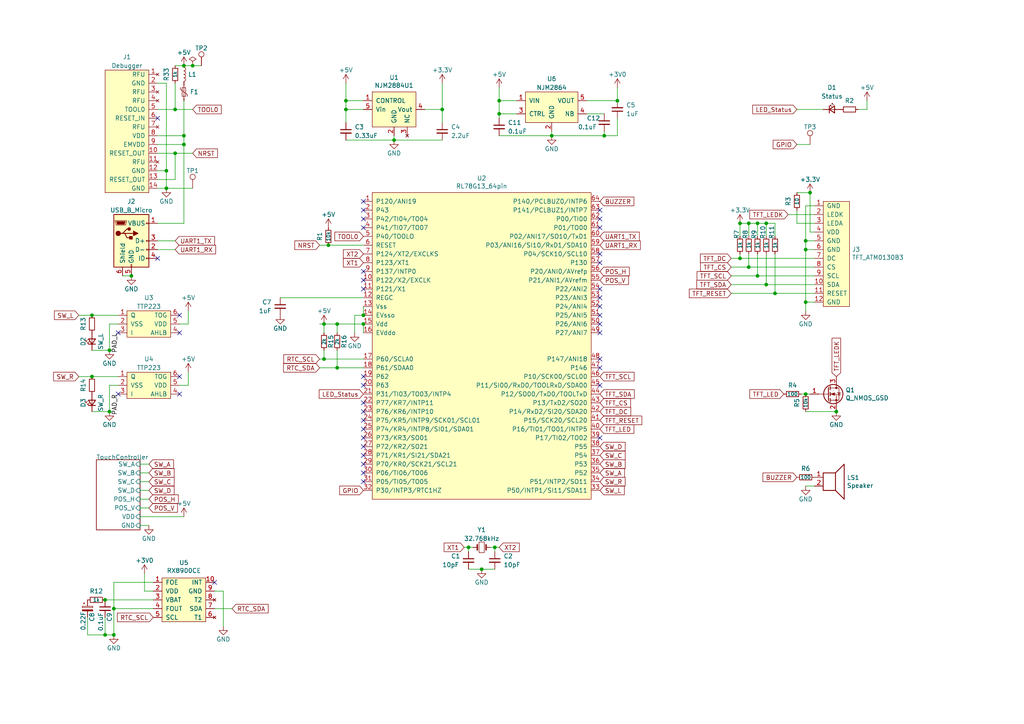
<source format=kicad_sch>
(kicad_sch (version 20211123) (generator eeschema)
  (paper "A4")
  (title_block (title "RL78Display-EB") (date "2022-09-21") (rev "V1.0") (company "https://github.com/KimiakiK"))
  (lib_symbols
    (symbol "Connector:TestPoint" (pin_numbers hide) (pin_names (offset 0.762) hide)
      (property "Reference" "TP" (at 0 6.858 0))
      (property "Value" "TestPoint" (at 0 5.08 0))
      (symbol "TestPoint_1_1"
        (pin passive line (at 0 0 90) (length 2.54) (name "1") (number "1"))
      )
    )
    (symbol "Connector:USB_B_Micro" (pin_names (offset 1.016))
      (property "Reference" "J" (at -5.08 11.43 0))
      (property "Value" "USB_B_Micro" (at -5.08 8.89 0))
      (symbol "USB_B_Micro_1_1"
        (pin power_out line (at 7.62 5.08 180) (length 2.54) (name "VBUS") (number "1"))
        (pin bidirectional line (at 7.62 -2.54 180) (length 2.54) (name "D-") (number "2"))
        (pin bidirectional line (at 7.62 0 180) (length 2.54) (name "D+") (number "3"))
        (pin passive line (at 7.62 -5.08 180) (length 2.54) (name "ID") (number "4"))
        (pin power_out line (at 0 -10.16 90) (length 2.54) (name "GND") (number "5"))
        (pin passive line (at -2.54 -10.16 90) (length 2.54) (name "Shield") (number "6"))
      )
    )
    (symbol "Device:C_Polarized_Small" (pin_numbers hide) (pin_names (offset 0.254) hide)
      (property "Reference" "C" (at 0.254 1.778 0))
      (property "Value" "C_Polarized_Small" (at 0.254 -2.032 0))
      (symbol "C_Polarized_Small_1_1"
        (pin passive line (at 0 2.54 270) (length 1.8542) (name "~") (number "1"))
        (pin passive line (at 0 -2.54 90) (length 1.8542) (name "~") (number "2"))
      )
    )
    (symbol "Device:C_Small" (pin_numbers hide) (pin_names (offset 0.254) hide)
      (property "Reference" "C" (at 0.254 1.778 0))
      (property "Value" "C_Small" (at 0.254 -2.032 0))
      (symbol "C_Small_1_1"
        (pin passive line (at 0 2.54 270) (length 2.032) (name "~") (number "1"))
        (pin passive line (at 0 -2.54 90) (length 2.032) (name "~") (number "2"))
      )
    )
    (symbol "Device:Crystal_Small" (pin_numbers hide) (pin_names (offset 1.016) hide)
      (property "Reference" "Y" (at 0 2.54 0))
      (property "Value" "Crystal_Small" (at 0 -2.54 0))
      (symbol "Crystal_Small_1_1"
        (pin passive line (at -2.54 0 0) (length 1.27) (name "1") (number "1"))
        (pin passive line (at 2.54 0 180) (length 1.27) (name "2") (number "2"))
      )
    )
    (symbol "Device:LED_Small" (pin_numbers hide) (pin_names (offset 0.254) hide)
      (property "Reference" "D" (at -1.27 3.175 0))
      (property "Value" "LED_Small" (at -4.445 -2.54 0))
      (symbol "LED_Small_1_1"
        (pin passive line (at -2.54 0 0) (length 1.778) (name "K") (number "1"))
        (pin passive line (at 2.54 0 180) (length 1.778) (name "A") (number "2"))
      )
    )
    (symbol "Device:L_Small" (pin_numbers hide) (pin_names (offset 0.254) hide)
      (property "Reference" "L" (at 0.762 1.016 0))
      (property "Value" "L_Small" (at 0.762 -1.016 0))
      (symbol "L_Small_1_1"
        (pin passive line (at 0 2.54 270) (length 0.508) (name "~") (number "1"))
        (pin passive line (at 0 -2.54 90) (length 0.508) (name "~") (number "2"))
      )
    )
    (symbol "Device:Polyfuse_Small" (pin_numbers hide) (pin_names (offset 0))
      (property "Reference" "F" (at -1.905 0 90))
      (property "Value" "Polyfuse_Small" (at 1.905 0 90))
      (symbol "Polyfuse_Small_1_1"
        (pin passive line (at 0 2.54 270) (length 0.635) (name "~") (number "1"))
        (pin passive line (at 0 -2.54 90) (length 0.635) (name "~") (number "2"))
      )
    )
    (symbol "Device:Q_NMOS_GSD" (pin_names (offset 0) hide)
      (property "Reference" "Q" (at 5.08 1.27 0))
      (property "Value" "Q_NMOS_GSD" (at 5.08 -1.27 0))
      (symbol "Q_NMOS_GSD_1_1"
        (pin input line (at -5.08 0 0) (length 2.54) (name "G") (number "1"))
        (pin passive line (at 2.54 -5.08 90) (length 2.54) (name "S") (number "2"))
        (pin passive line (at 2.54 5.08 270) (length 2.54) (name "D") (number "3"))
      )
    )
    (symbol "Device:R_Small" (pin_numbers hide) (pin_names (offset 0.254) hide)
      (property "Reference" "R" (at 0.762 0.508 0))
      (property "Value" "R_Small" (at 0.762 -1.016 0))
      (symbol "R_Small_1_1"
        (pin passive line (at 0 2.54 270) (length 0.762) (name "~") (number "1"))
        (pin passive line (at 0 -2.54 90) (length 0.762) (name "~") (number "2"))
      )
    )
    (symbol "Device:Speaker" (pin_names (offset 0) hide)
      (property "Reference" "LS" (at 1.27 5.715 0))
      (property "Value" "Speaker" (at 1.27 3.81 0))
      (symbol "Speaker_1_1"
        (pin input line (at -5.08 0 0) (length 2.54) (name "1") (number "1"))
        (pin input line (at -5.08 -2.54 0) (length 2.54) (name "2") (number "2"))
      )
    )
    (symbol "RL78Display-EB:Renesas_Emulator_14pin" (pin_names (offset 1.016))
      (property "Reference" "J" (at 0 22.86 0))
      (property "Value" "Renesas_Emulator_14pin" (at 0 20.32 0))
      (symbol "Renesas_Emulator_14pin_0_0"
        (pin no_connect line (at 8.89 16.51 180) (length 2.54) (name "RFU") (number "1"))
        (pin passive line (at 8.89 -6.35 180) (length 2.54) (name "RESET_OUT") (number "10"))
        (pin no_connect line (at 8.89 -8.89 180) (length 2.54) (name "RFU") (number "11"))
        (pin power_in line (at 8.89 -11.43 180) (length 2.54) (name "GND") (number "12"))
        (pin passive line (at 8.89 -13.97 180) (length 2.54) (name "RESET_OUT") (number "13"))
        (pin power_in line (at 8.89 -16.51 180) (length 2.54) (name "GND") (number "14"))
        (pin power_in line (at 8.89 13.97 180) (length 2.54) (name "GND") (number "2"))
        (pin no_connect line (at 8.89 11.43 180) (length 2.54) (name "RFU") (number "3"))
        (pin no_connect line (at 8.89 8.89 180) (length 2.54) (name "RFU") (number "4"))
        (pin passive line (at 8.89 6.35 180) (length 2.54) (name "TOOL0") (number "5"))
        (pin passive line (at 8.89 3.81 180) (length 2.54) (name "RESET_IN") (number "6"))
        (pin no_connect line (at 8.89 1.27 180) (length 2.54) (name "RFU") (number "7"))
        (pin power_in line (at 8.89 -1.27 180) (length 2.54) (name "VDD") (number "8"))
        (pin power_in line (at 8.89 -3.81 180) (length 2.54) (name "EMVDD") (number "9"))
      )
    )
    (symbol "RL78Display:NJM2864" (pin_names (offset 1.016))
      (property "Reference" "U" (at 0 8.89 0))
      (property "Value" "NJM2864" (at 0 6.35 0))
      (symbol "NJM2864_0_0"
        (pin power_in line (at -10.16 2.54 0) (length 2.54) (name "VIN") (number "1"))
        (pin power_in line (at 0 -6.35 90) (length 2.54) (name "GND") (number "2"))
        (pin passive line (at -10.16 -1.27 0) (length 2.54) (name "CTRL") (number "3"))
        (pin passive line (at 10.16 -1.27 180) (length 2.54) (name "NB") (number "4"))
        (pin power_out line (at 10.16 2.54 180) (length 2.54) (name "VOUT") (number "5"))
      )
    )
    (symbol "RL78Display:NJM2884U1" (pin_names (offset 1.016))
      (property "Reference" "U" (at 0 3.81 0))
      (property "Value" "NJM2884U1" (at 0 6.35 0))
      (symbol "NJM2884U1_1_1"
        (pin passive line (at -8.89 0 0) (length 2.54) (name "CONTROL") (number "1"))
        (pin power_in line (at 0 -10.16 90) (length 2.54) (name "GND") (number "2"))
        (pin no_connect line (at 3.81 -10.16 90) (length 2.54) (name "NC") (number "3"))
        (pin power_out line (at 8.89 -2.54 180) (length 2.54) (name "Vout") (number "4"))
        (pin power_in line (at -8.89 -2.54 0) (length 2.54) (name "Vin") (number "5"))
      )
    )
    (symbol "RL78Display:RL78G13_64pin" (pin_names (offset 1.016))
      (property "Reference" "U" (at 0 1.27 0))
      (property "Value" "RL78G13_64pin" (at 0 -1.27 0))
      (symbol "RL78G13_64pin_0_0"
        (pin passive line (at -34.29 41.91 0) (length 2.54) (name "P120/ANI19") (number "1"))
        (pin passive line (at -34.29 19.05 0) (length 2.54) (name "P122/X2/EXCLK") (number "10"))
        (pin passive line (at -34.29 16.51 0) (length 2.54) (name "P121/X1") (number "11"))
        (pin passive line (at -34.29 13.97 0) (length 2.54) (name "REGC") (number "12"))
        (pin power_in line (at -34.29 11.43 0) (length 2.54) (name "Vss") (number "13"))
        (pin power_in line (at -34.29 8.89 0) (length 2.54) (name "EVsso") (number "14"))
        (pin power_in line (at -34.29 6.35 0) (length 2.54) (name "Vdd") (number "15"))
        (pin power_in line (at -34.29 3.81 0) (length 2.54) (name "EVddo") (number "16"))
        (pin passive line (at -34.29 -3.81 0) (length 2.54) (name "P60/SCLA0") (number "17"))
        (pin passive line (at -34.29 -6.35 0) (length 2.54) (name "P61/SDAA0") (number "18"))
        (pin passive line (at -34.29 -8.89 0) (length 2.54) (name "P62") (number "19"))
        (pin passive line (at -34.29 39.37 0) (length 2.54) (name "P43") (number "2"))
        (pin passive line (at -34.29 -11.43 0) (length 2.54) (name "P63") (number "20"))
        (pin passive line (at -34.29 -13.97 0) (length 2.54) (name "P31/TI03/TO03/INTP4") (number "21"))
        (pin passive line (at -34.29 -16.51 0) (length 2.54) (name "P77/KR7/INTP11") (number "22"))
        (pin passive line (at -34.29 -19.05 0) (length 2.54) (name "P76/KR6/INTP10") (number "23"))
        (pin passive line (at -34.29 -21.59 0) (length 2.54) (name "P75/KR5/INTP9/SCK01/SCL01") (number "24"))
        (pin passive line (at -34.29 -24.13 0) (length 2.54) (name "P74/KR4/INTP8/SI01/SDA01") (number "25"))
        (pin passive line (at -34.29 -26.67 0) (length 2.54) (name "P73/KR3/SO01") (number "26"))
        (pin passive line (at -34.29 -29.21 0) (length 2.54) (name "P72/KR2/SO21") (number "27"))
        (pin passive line (at -34.29 -31.75 0) (length 2.54) (name "P71/KR1/SI21/SDA21") (number "28"))
        (pin passive line (at -34.29 -34.29 0) (length 2.54) (name "P70/KR0/SCK21/SCL21") (number "29"))
        (pin passive line (at -34.29 36.83 0) (length 2.54) (name "P42/TI04/TO04") (number "3"))
        (pin passive line (at -34.29 -36.83 0) (length 2.54) (name "P06/TI06/TO06") (number "30"))
        (pin passive line (at -34.29 -39.37 0) (length 2.54) (name "P05/TI05/TO05") (number "31"))
        (pin passive line (at -34.29 -41.91 0) (length 2.54) (name "P30/INTP3/RTC1HZ") (number "32"))
        (pin passive line (at 34.29 -41.91 180) (length 2.54) (name "P50/INTP1/SI11/SDA11") (number "33"))
        (pin passive line (at 34.29 -39.37 180) (length 2.54) (name "P51/INTP2/SO11") (number "34"))
        (pin passive line (at 34.29 -36.83 180) (length 2.54) (name "P52") (number "35"))
        (pin passive line (at 34.29 -34.29 180) (length 2.54) (name "P53") (number "36"))
        (pin passive line (at 34.29 -31.75 180) (length 2.54) (name "P54") (number "37"))
        (pin passive line (at 34.29 -29.21 180) (length 2.54) (name "P55") (number "38"))
        (pin passive line (at 34.29 -26.67 180) (length 2.54) (name "P17/TI02/TO02") (number "39"))
        (pin passive line (at -34.29 34.29 0) (length 2.54) (name "P41/TI07/TO07") (number "4"))
        (pin passive line (at 34.29 -24.13 180) (length 2.54) (name "P16/TI01/TO01/INTP5") (number "40"))
        (pin passive line (at 34.29 -21.59 180) (length 2.54) (name "P15/SCK20/SCL20") (number "41"))
        (pin passive line (at 34.29 -19.05 180) (length 2.54) (name "P14/RxD2/SI20/SDA20") (number "42"))
        (pin passive line (at 34.29 -16.51 180) (length 2.54) (name "P13/TxD2/SO20") (number "43"))
        (pin passive line (at 34.29 -13.97 180) (length 2.54) (name "P12/SO00/TxD0/TOOLTxD") (number "44"))
        (pin passive line (at 34.29 -11.43 180) (length 2.54) (name "P11/SI00/RxD0/TOOLRxD/SDA00") (number "45"))
        (pin passive line (at 34.29 -8.89 180) (length 2.54) (name "P10/SCK00/SCL00") (number "46"))
        (pin passive line (at 34.29 -6.35 180) (length 2.54) (name "P146") (number "47"))
        (pin passive line (at 34.29 -3.81 180) (length 2.54) (name "P147/ANI18") (number "48"))
        (pin passive line (at 34.29 3.81 180) (length 2.54) (name "P27/ANI7") (number "49"))
        (pin passive line (at -34.29 31.75 0) (length 2.54) (name "P40/TOOLO") (number "5"))
        (pin passive line (at 34.29 6.35 180) (length 2.54) (name "P26/ANI6") (number "50"))
        (pin passive line (at 34.29 8.89 180) (length 2.54) (name "P25/ANI5") (number "51"))
        (pin passive line (at 34.29 11.43 180) (length 2.54) (name "P24/ANI4") (number "52"))
        (pin passive line (at 34.29 13.97 180) (length 2.54) (name "P23/ANI3") (number "53"))
        (pin passive line (at 34.29 16.51 180) (length 2.54) (name "P22/ANI2") (number "54"))
        (pin passive line (at 34.29 19.05 180) (length 2.54) (name "P21/ANI1/AVrefm") (number "55"))
        (pin passive line (at 34.29 21.59 180) (length 2.54) (name "P20/ANI0/AVrefp") (number "56"))
        (pin passive line (at 34.29 24.13 180) (length 2.54) (name "P130") (number "57"))
        (pin passive line (at 34.29 26.67 180) (length 2.54) (name "P04/SCK10/SCL10") (number "58"))
        (pin passive line (at 34.29 29.21 180) (length 2.54) (name "P03/ANI16/SI10/RxD1/SDA10") (number "59"))
        (pin passive line (at -34.29 29.21 0) (length 2.54) (name "RESET") (number "6"))
        (pin passive line (at 34.29 31.75 180) (length 2.54) (name "P02/ANI17/SO10/TxD1") (number "60"))
        (pin passive line (at 34.29 34.29 180) (length 2.54) (name "P01/TO00") (number "61"))
        (pin passive line (at 34.29 36.83 180) (length 2.54) (name "P00/TI00") (number "62"))
        (pin passive line (at 34.29 39.37 180) (length 2.54) (name "P141/PCLBUZ1/INTP7") (number "63"))
        (pin passive line (at 34.29 41.91 180) (length 2.54) (name "P140/PCLBUZ0/INTP6") (number "64"))
        (pin passive line (at -34.29 26.67 0) (length 2.54) (name "P124/XT2/EXCLKS") (number "7"))
        (pin passive line (at -34.29 24.13 0) (length 2.54) (name "P123/XT1") (number "8"))
        (pin passive line (at -34.29 21.59 0) (length 2.54) (name "P137/INTP0") (number "9"))
      )
    )
    (symbol "RL78Display:RX8900CE" (pin_names (offset 1.016))
      (property "Reference" "U" (at 0 10.16 0))
      (property "Value" "RX8900CE" (at 0 7.62 0))
      (symbol "RX8900CE_0_0"
        (pin passive line (at -8.89 5.08 0) (length 2.54) (name "FOE") (number "1"))
        (pin passive line (at 8.89 5.08 180) (length 2.54) (name "INT") (number "10"))
        (pin power_in line (at -8.89 2.54 0) (length 2.54) (name "VDD") (number "2"))
        (pin power_in line (at -8.89 0 0) (length 2.54) (name "VBAT") (number "3"))
        (pin passive line (at -8.89 -2.54 0) (length 2.54) (name "FOUT") (number "4"))
        (pin passive line (at -8.89 -5.08 0) (length 2.54) (name "SCL") (number "5"))
        (pin no_connect line (at 8.89 -5.08 180) (length 2.54) (name "T1") (number "6"))
        (pin passive line (at 8.89 -2.54 180) (length 2.54) (name "SDA") (number "7"))
        (pin no_connect line (at 8.89 0 180) (length 2.54) (name "T2") (number "8"))
        (pin power_in line (at 8.89 2.54 180) (length 2.54) (name "GND") (number "9"))
      )
    )
    (symbol "RL78Display:TFT_ATM0130B3" (pin_names (offset 1.016))
      (property "Reference" "J" (at 0 20.32 0))
      (property "Value" "TFT_ATM0130B3" (at 0 17.78 0))
      (symbol "TFT_ATM0130B3_0_0"
        (pin power_in line (at -6.35 13.97 0) (length 2.54) (name "GND") (number "1"))
        (pin passive line (at -6.35 -8.89 0) (length 2.54) (name "SDA") (number "10"))
        (pin passive line (at -6.35 -11.43 0) (length 2.54) (name "RESET") (number "11"))
        (pin power_in line (at -6.35 -13.97 0) (length 2.54) (name "GND") (number "12"))
        (pin passive line (at -6.35 11.43 0) (length 2.54) (name "LEDK") (number "2"))
        (pin passive line (at -6.35 8.89 0) (length 2.54) (name "LEDA") (number "3"))
        (pin power_in line (at -6.35 6.35 0) (length 2.54) (name "VDD") (number "4"))
        (pin power_in line (at -6.35 3.81 0) (length 2.54) (name "GND") (number "5"))
        (pin power_in line (at -6.35 1.27 0) (length 2.54) (name "GND") (number "6"))
        (pin passive line (at -6.35 -1.27 0) (length 2.54) (name "DC") (number "7"))
        (pin passive line (at -6.35 -3.81 0) (length 2.54) (name "CS") (number "8"))
        (pin passive line (at -6.35 -6.35 0) (length 2.54) (name "SCL") (number "9"))
      )
    )
    (symbol "RL78Display:TTP223" (pin_names (offset 1.016))
      (property "Reference" "U" (at 0 7.62 0))
      (property "Value" "TTP223" (at 0 5.08 0))
      (symbol "TTP223_0_0"
        (pin passive line (at -8.89 2.54 0) (length 2.54) (name "Q") (number "1"))
        (pin power_in line (at -8.89 0 0) (length 2.54) (name "VSS") (number "2"))
        (pin passive line (at -8.89 -2.54 0) (length 2.54) (name "I") (number "3"))
        (pin passive line (at 8.89 -2.54 180) (length 2.54) (name "AHLB") (number "4"))
        (pin power_in line (at 8.89 0 180) (length 2.54) (name "VDD") (number "5"))
        (pin passive line (at 8.89 2.54 180) (length 2.54) (name "TOG") (number "6"))
      )
    )
    (symbol "power:+3.3V" (power) (pin_names (offset 0))
      (property "Value" "+3.3V" (at 0 3.556 0))
      (symbol "+3.3V_1_1"
        (pin power_in line (at 0 0 90) (length 0) hide (name "+3.3V") (number "1"))
      )
    )
    (symbol "power:+3V0" (power) (pin_names (offset 0))
      (property "Value" "+3V0" (at 0 3.556 0))
      (symbol "+3V0_1_1"
        (pin power_in line (at 0 0 90) (length 0) hide (name "+3V0") (number "1"))
      )
    )
    (symbol "power:+5V" (power) (pin_names (offset 0))
      (property "Value" "+5V" (at 0 3.556 0))
      (symbol "+5V_1_1"
        (pin power_in line (at 0 0 90) (length 0) hide (name "+5V") (number "1"))
      )
    )
    (symbol "power:GND" (power) (pin_names (offset 0))
      (property "Value" "GND" (at 0 -3.81 0))
      (symbol "GND_1_1"
        (pin power_in line (at 0 0 270) (length 0) hide (name "GND") (number "1"))
      )
    )
    (symbol "power:PWR_FLAG" (power) (pin_numbers hide) (pin_names (offset 0) hide)
      (property "Value" "PWR_FLAG" (at 0 3.81 0))
      (symbol "PWR_FLAG_0_0"
        (pin power_out line (at 0 0 90) (length 0) (name "pwr") (number "1"))
      )
    )
  )
  (junction (at 26.67 91.44))
  (junction (at 222.25 64.77))
  (junction (at 97.79 93.98))
  (junction (at 100.33 31.75))
  (junction (at 214.63 74.93))
  (junction (at 233.68 69.85))
  (junction (at 233.68 114.3))
  (junction (at 48.26 54.61))
  (junction (at 93.98 93.98))
  (junction (at 179.07 29.21))
  (junction (at 139.7 165.1))
  (junction (at 26.67 109.22))
  (junction (at 30.48 173.99))
  (junction (at 53.34 41.91))
  (junction (at 143.51 158.75))
  (junction (at 128.27 31.75))
  (junction (at 222.25 82.55))
  (junction (at 50.8 44.45))
  (junction (at 219.71 64.77))
  (junction (at 175.26 39.37))
  (junction (at 135.89 158.75))
  (junction (at 97.79 106.68))
  (junction (at 48.26 49.53))
  (junction (at 105.41 91.44))
  (junction (at 31.75 101.6))
  (junction (at 224.79 85.09))
  (junction (at 217.17 64.77))
  (junction (at 93.98 104.14))
  (junction (at 144.78 29.21))
  (junction (at 214.63 64.77))
  (junction (at 160.02 39.37))
  (junction (at 234.95 55.88))
  (junction (at 50.8 31.75))
  (junction (at 217.17 77.47))
  (junction (at 31.75 119.38))
  (junction (at 114.3 40.64))
  (junction (at 53.34 19.05))
  (junction (at 33.02 184.15))
  (junction (at 242.57 119.38))
  (junction (at 53.34 39.37))
  (junction (at 55.88 19.05))
  (junction (at 30.48 184.15))
  (junction (at 38.1 80.01))
  (junction (at 95.25 71.12))
  (junction (at 33.02 176.53))
  (junction (at 144.78 33.02))
  (junction (at 219.71 80.01))
  (junction (at 105.41 93.98))
  (junction (at 100.33 29.21))
  (junction (at 233.68 72.39))
  (junction (at 233.68 87.63))
  (no_connect (at 52.07 91.44))
  (no_connect (at 105.41 78.74))
  (no_connect (at 173.99 88.9))
  (no_connect (at 173.99 106.68))
  (no_connect (at 34.29 114.3))
  (no_connect (at 173.99 60.96))
  (no_connect (at 105.41 132.08))
  (no_connect (at 105.41 111.76))
  (no_connect (at 105.41 139.7))
  (no_connect (at 173.99 127))
  (no_connect (at 105.41 134.62))
  (no_connect (at 105.41 60.96))
  (no_connect (at 105.41 66.04))
  (no_connect (at 105.41 83.82))
  (no_connect (at 173.99 73.66))
  (no_connect (at 105.41 121.92))
  (no_connect (at 105.41 129.54))
  (no_connect (at 105.41 63.5))
  (no_connect (at 34.29 96.52))
  (no_connect (at 173.99 76.2))
  (no_connect (at 173.99 66.04))
  (no_connect (at 173.99 111.76))
  (no_connect (at 105.41 116.84))
  (no_connect (at 173.99 96.52))
  (no_connect (at 52.07 114.3))
  (no_connect (at 173.99 86.36))
  (no_connect (at 173.99 104.14))
  (no_connect (at 173.99 93.98))
  (no_connect (at 52.07 96.52))
  (no_connect (at 105.41 58.42))
  (no_connect (at 52.07 109.22))
  (no_connect (at 105.41 137.16))
  (no_connect (at 105.41 119.38))
  (no_connect (at 45.72 34.29))
  (no_connect (at 173.99 83.82))
  (no_connect (at 105.41 127))
  (no_connect (at 173.99 63.5))
  (no_connect (at 45.72 74.93))
  (no_connect (at 173.99 91.44))
  (no_connect (at 105.41 109.22))
  (no_connect (at 62.23 168.91))
  (no_connect (at 105.41 81.28))
  (no_connect (at 105.41 124.46))
  (wire (pts (xy 25.4 184.15) (xy 30.48 184.15)))
  (wire (pts (xy 48.26 24.13) (xy 48.26 49.53)))
  (wire (pts (xy 92.71 71.12) (xy 95.25 71.12)))
  (wire (pts (xy 214.63 73.66) (xy 214.63 74.93)))
  (wire (pts (xy 212.09 82.55) (xy 222.25 82.55)))
  (wire (pts (xy 228.6 62.23) (xy 236.22 62.23)))
  (wire (pts (xy 144.78 25.4) (xy 144.78 29.21)))
  (wire (pts (xy 50.8 52.07) (xy 50.8 44.45)))
  (wire (pts (xy 128.27 40.64) (xy 114.3 40.64)))
  (wire (pts (xy 33.02 176.53) (xy 33.02 184.15)))
  (wire (pts (xy 236.22 67.31) (xy 234.95 67.31)))
  (wire (pts (xy 40.64 139.7) (xy 43.18 139.7)))
  (wire (pts (xy 149.86 33.02) (xy 144.78 33.02)))
  (wire (pts (xy 222.25 64.77) (xy 222.25 68.58)))
  (wire (pts (xy 33.02 168.91) (xy 33.02 176.53)))
  (wire (pts (xy 212.09 77.47) (xy 217.17 77.47)))
  (wire (pts (xy 100.33 31.75) (xy 100.33 35.56)))
  (wire (pts (xy 50.8 19.05) (xy 53.34 19.05)))
  (wire (pts (xy 40.64 144.78) (xy 43.18 144.78)))
  (wire (pts (xy 212.09 74.93) (xy 214.63 74.93)))
  (wire (pts (xy 44.45 171.45) (xy 41.91 171.45)))
  (wire (pts (xy 217.17 64.77) (xy 217.17 68.58)))
  (wire (pts (xy 40.64 137.16) (xy 43.18 137.16)))
  (wire (pts (xy 144.78 33.02) (xy 144.78 34.29)))
  (wire (pts (xy 222.25 64.77) (xy 224.79 64.77)))
  (wire (pts (xy 45.72 41.91) (xy 53.34 41.91)))
  (wire (pts (xy 128.27 31.75) (xy 128.27 24.13)))
  (wire (pts (xy 175.26 39.37) (xy 160.02 39.37)))
  (wire (pts (xy 97.79 93.98) (xy 97.79 96.52)))
  (wire (pts (xy 48.26 49.53) (xy 48.26 54.61)))
  (wire (pts (xy 236.22 72.39) (xy 233.68 72.39)))
  (wire (pts (xy 236.22 64.77) (xy 231.14 64.77)))
  (wire (pts (xy 53.34 39.37) (xy 53.34 41.91)))
  (wire (pts (xy 234.95 55.88) (xy 234.95 67.31)))
  (wire (pts (xy 45.72 39.37) (xy 53.34 39.37)))
  (wire (pts (xy 233.68 119.38) (xy 242.57 119.38)))
  (wire (pts (xy 233.68 59.69) (xy 233.68 69.85)))
  (wire (pts (xy 62.23 171.45) (xy 64.77 171.45)))
  (wire (pts (xy 54.61 111.76) (xy 54.61 107.95)))
  (wire (pts (xy 236.22 69.85) (xy 233.68 69.85)))
  (wire (pts (xy 45.72 44.45) (xy 50.8 44.45)))
  (wire (pts (xy 160.02 39.37) (xy 160.02 38.1)))
  (wire (pts (xy 64.77 171.45) (xy 64.77 181.61)))
  (wire (pts (xy 236.22 140.97) (xy 233.68 140.97)))
  (wire (pts (xy 26.67 119.38) (xy 31.75 119.38)))
  (wire (pts (xy 214.63 64.77) (xy 214.63 68.58)))
  (wire (pts (xy 224.79 85.09) (xy 212.09 85.09)))
  (wire (pts (xy 105.41 86.36) (xy 81.28 86.36)))
  (wire (pts (xy 224.79 85.09) (xy 236.22 85.09)))
  (wire (pts (xy 31.75 93.98) (xy 31.75 101.6)))
  (wire (pts (xy 26.67 109.22) (xy 22.86 109.22)))
  (wire (pts (xy 135.89 158.75) (xy 135.89 160.02)))
  (wire (pts (xy 30.48 184.15) (xy 33.02 184.15)))
  (wire (pts (xy 214.63 74.93) (xy 236.22 74.93)))
  (wire (pts (xy 58.42 19.05) (xy 55.88 19.05)))
  (wire (pts (xy 34.29 93.98) (xy 31.75 93.98)))
  (wire (pts (xy 41.91 171.45) (xy 41.91 166.37)))
  (wire (pts (xy 48.26 54.61) (xy 55.88 54.61)))
  (wire (pts (xy 217.17 73.66) (xy 217.17 77.47)))
  (wire (pts (xy 102.87 91.44) (xy 102.87 96.52)))
  (wire (pts (xy 34.29 109.22) (xy 26.67 109.22)))
  (wire (pts (xy 45.72 64.77) (xy 53.34 64.77)))
  (wire (pts (xy 219.71 73.66) (xy 219.71 80.01)))
  (wire (pts (xy 105.41 91.44) (xy 105.41 88.9)))
  (wire (pts (xy 236.22 87.63) (xy 233.68 87.63)))
  (wire (pts (xy 224.79 64.77) (xy 224.79 68.58)))
  (wire (pts (xy 93.98 104.14) (xy 105.41 104.14)))
  (wire (pts (xy 105.41 96.52) (xy 105.41 93.98)))
  (wire (pts (xy 97.79 106.68) (xy 92.71 106.68)))
  (wire (pts (xy 222.25 82.55) (xy 236.22 82.55)))
  (wire (pts (xy 144.78 39.37) (xy 160.02 39.37)))
  (wire (pts (xy 251.46 31.75) (xy 248.92 31.75)))
  (wire (pts (xy 231.14 41.91) (xy 234.95 41.91)))
  (wire (pts (xy 105.41 91.44) (xy 102.87 91.44)))
  (wire (pts (xy 175.26 38.1) (xy 175.26 39.37)))
  (wire (pts (xy 45.72 24.13) (xy 48.26 24.13)))
  (wire (pts (xy 50.8 24.13) (xy 50.8 31.75)))
  (wire (pts (xy 219.71 64.77) (xy 222.25 64.77)))
  (wire (pts (xy 105.41 93.98) (xy 97.79 93.98)))
  (wire (pts (xy 40.64 152.4) (xy 43.18 152.4)))
  (wire (pts (xy 144.78 29.21) (xy 144.78 33.02)))
  (wire (pts (xy 45.72 72.39) (xy 50.8 72.39)))
  (wire (pts (xy 139.7 165.1) (xy 143.51 165.1)))
  (wire (pts (xy 179.07 34.29) (xy 179.07 39.37)))
  (wire (pts (xy 222.25 73.66) (xy 222.25 82.55)))
  (wire (pts (xy 105.41 106.68) (xy 97.79 106.68)))
  (wire (pts (xy 233.68 87.63) (xy 233.68 90.17)))
  (wire (pts (xy 179.07 25.4) (xy 179.07 29.21)))
  (wire (pts (xy 114.3 39.37) (xy 114.3 40.64)))
  (wire (pts (xy 53.34 19.05) (xy 55.88 19.05)))
  (wire (pts (xy 128.27 31.75) (xy 128.27 35.56)))
  (wire (pts (xy 53.34 41.91) (xy 53.34 64.77)))
  (wire (pts (xy 234.95 114.3) (xy 233.68 114.3)))
  (wire (pts (xy 100.33 31.75) (xy 100.33 29.21)))
  (wire (pts (xy 45.72 31.75) (xy 50.8 31.75)))
  (wire (pts (xy 40.64 149.86) (xy 53.34 149.86)))
  (wire (pts (xy 224.79 73.66) (xy 224.79 85.09)))
  (wire (pts (xy 26.67 101.6) (xy 31.75 101.6)))
  (wire (pts (xy 45.72 49.53) (xy 48.26 49.53)))
  (wire (pts (xy 44.45 168.91) (xy 33.02 168.91)))
  (wire (pts (xy 34.29 111.76) (xy 31.75 111.76)))
  (wire (pts (xy 114.3 40.64) (xy 100.33 40.64)))
  (wire (pts (xy 97.79 101.6) (xy 97.79 106.68)))
  (wire (pts (xy 135.89 165.1) (xy 139.7 165.1)))
  (wire (pts (xy 92.71 104.14) (xy 93.98 104.14)))
  (wire (pts (xy 31.75 111.76) (xy 31.75 119.38)))
  (wire (pts (xy 219.71 80.01) (xy 236.22 80.01)))
  (wire (pts (xy 233.68 72.39) (xy 233.68 87.63)))
  (wire (pts (xy 50.8 69.85) (xy 45.72 69.85)))
  (wire (pts (xy 212.09 80.01) (xy 219.71 80.01)))
  (wire (pts (xy 95.25 71.12) (xy 105.41 71.12)))
  (wire (pts (xy 134.62 158.75) (xy 135.89 158.75)))
  (wire (pts (xy 50.8 31.75) (xy 55.88 31.75)))
  (wire (pts (xy 45.72 52.07) (xy 50.8 52.07)))
  (wire (pts (xy 50.8 44.45) (xy 55.88 44.45)))
  (wire (pts (xy 105.41 29.21) (xy 100.33 29.21)))
  (wire (pts (xy 40.64 147.32) (xy 43.18 147.32)))
  (wire (pts (xy 35.56 80.01) (xy 38.1 80.01)))
  (wire (pts (xy 233.68 69.85) (xy 233.68 72.39)))
  (wire (pts (xy 97.79 93.98) (xy 93.98 93.98)))
  (wire (pts (xy 251.46 29.21) (xy 251.46 31.75)))
  (wire (pts (xy 44.45 173.99) (xy 30.48 173.99)))
  (wire (pts (xy 105.41 31.75) (xy 100.33 31.75)))
  (wire (pts (xy 52.07 93.98) (xy 54.61 93.98)))
  (wire (pts (xy 40.64 142.24) (xy 43.18 142.24)))
  (wire (pts (xy 26.67 91.44) (xy 22.86 91.44)))
  (wire (pts (xy 231.14 31.75) (xy 238.76 31.75)))
  (wire (pts (xy 40.64 134.62) (xy 43.18 134.62)))
  (wire (pts (xy 142.24 158.75) (xy 143.51 158.75)))
  (wire (pts (xy 214.63 64.77) (xy 217.17 64.77)))
  (wire (pts (xy 93.98 93.98) (xy 92.71 93.98)))
  (wire (pts (xy 34.29 91.44) (xy 26.67 91.44)))
  (wire (pts (xy 179.07 29.21) (xy 170.18 29.21)))
  (wire (pts (xy 144.78 29.21) (xy 149.86 29.21)))
  (wire (pts (xy 217.17 77.47) (xy 236.22 77.47)))
  (wire (pts (xy 53.34 29.21) (xy 53.34 39.37)))
  (wire (pts (xy 135.89 158.75) (xy 137.16 158.75)))
  (wire (pts (xy 143.51 158.75) (xy 143.51 160.02)))
  (wire (pts (xy 93.98 96.52) (xy 93.98 93.98)))
  (wire (pts (xy 52.07 111.76) (xy 54.61 111.76)))
  (wire (pts (xy 25.4 179.07) (xy 25.4 184.15)))
  (wire (pts (xy 54.61 93.98) (xy 54.61 90.17)))
  (wire (pts (xy 143.51 158.75) (xy 144.78 158.75)))
  (wire (pts (xy 231.14 64.77) (xy 231.14 60.96)))
  (wire (pts (xy 179.07 39.37) (xy 175.26 39.37)))
  (wire (pts (xy 217.17 64.77) (xy 219.71 64.77)))
  (wire (pts (xy 100.33 29.21) (xy 100.33 24.13)))
  (wire (pts (xy 234.95 55.88) (xy 231.14 55.88)))
  (wire (pts (xy 44.45 176.53) (xy 33.02 176.53)))
  (wire (pts (xy 93.98 101.6) (xy 93.98 104.14)))
  (wire (pts (xy 219.71 64.77) (xy 219.71 68.58)))
  (wire (pts (xy 123.19 31.75) (xy 128.27 31.75)))
  (wire (pts (xy 236.22 59.69) (xy 233.68 59.69)))
  (wire (pts (xy 62.23 176.53) (xy 67.31 176.53)))
  (wire (pts (xy 30.48 179.07) (xy 30.48 184.15)))
  (wire (pts (xy 45.72 54.61) (xy 48.26 54.61)))
  (wire (pts (xy 233.68 114.3) (xy 232.41 114.3)))
  (wire (pts (xy 175.26 33.02) (xy 170.18 33.02)))
  (label "PAD_L" (at 34.29 96.52 270))
  (label "PAD_R" (at 34.29 114.3 270))
  (global_label "SW_A" (shape input) (at 173.99 137.16 0) (property "シート間のリファレンス" "${INTERSHEET_REFS}" (effects hide)))
  (global_label "TFT_SCL" (shape input) (at 212.09 80.01 180) (property "シート間のリファレンス" "${INTERSHEET_REFS}" (effects hide)))
  (global_label "RTC_SDA" (shape input) (at 92.71 106.68 180) (property "シート間のリファレンス" "${INTERSHEET_REFS}" (effects hide)))
  (global_label "BUZZER" (shape input) (at 173.99 58.42 0) (property "シート間のリファレンス" "${INTERSHEET_REFS}" (effects hide)))
  (global_label "TFT_DC" (shape input) (at 212.09 74.93 180) (property "シート間のリファレンス" "${INTERSHEET_REFS}" (effects hide)))
  (global_label "SW_D" (shape input) (at 173.99 129.54 0) (property "シート間のリファレンス" "${INTERSHEET_REFS}" (effects hide)))
  (global_label "TFT_LEDK" (shape input) (at 228.6 62.23 180) (property "シート間のリファレンス" "${INTERSHEET_REFS}" (effects hide)))
  (global_label "UART1_TX" (shape input) (at 50.8 69.85 0) (property "シート間のリファレンス" "${INTERSHEET_REFS}" (effects hide)))
  (global_label "POS_H" (shape input) (at 43.18 144.78 0) (property "シート間のリファレンス" "${INTERSHEET_REFS}" (effects hide)))
  (global_label "RTC_SCL" (shape input) (at 44.45 179.07 180) (property "シート間のリファレンス" "${INTERSHEET_REFS}" (effects hide)))
  (global_label "TOOL0" (shape input) (at 105.41 68.58 180) (property "シート間のリファレンス" "${INTERSHEET_REFS}" (effects hide)))
  (global_label "SW_R" (shape input) (at 22.86 109.22 180) (property "シート間のリファレンス" "${INTERSHEET_REFS}" (effects hide)))
  (global_label "SW_L" (shape input) (at 173.99 142.24 0) (property "シート間のリファレンス" "${INTERSHEET_REFS}" (effects hide)))
  (global_label "GPIO" (shape input) (at 231.14 41.91 180) (property "シート間のリファレンス" "${INTERSHEET_REFS}" (effects hide)))
  (global_label "TOOL0" (shape input) (at 55.88 31.75 0) (property "シート間のリファレンス" "${INTERSHEET_REFS}" (effects hide)))
  (global_label "TFT_RESET" (shape input) (at 212.09 85.09 180) (property "シート間のリファレンス" "${INTERSHEET_REFS}" (effects hide)))
  (global_label "UART1_RX" (shape input) (at 173.99 71.12 0) (property "シート間のリファレンス" "${INTERSHEET_REFS}" (effects hide)))
  (global_label "XT2" (shape input) (at 144.78 158.75 0) (property "シート間のリファレンス" "${INTERSHEET_REFS}" (effects hide)))
  (global_label "UART1_TX" (shape input) (at 173.99 68.58 0) (property "シート間のリファレンス" "${INTERSHEET_REFS}" (effects hide)))
  (global_label "TFT_DC" (shape input) (at 173.99 119.38 0) (property "シート間のリファレンス" "${INTERSHEET_REFS}" (effects hide)))
  (global_label "SW_B" (shape input) (at 173.99 134.62 0) (property "シート間のリファレンス" "${INTERSHEET_REFS}" (effects hide)))
  (global_label "RTC_SDA" (shape input) (at 67.31 176.53 0) (property "シート間のリファレンス" "${INTERSHEET_REFS}" (effects hide)))
  (global_label "XT2" (shape input) (at 105.41 73.66 180) (property "シート間のリファレンス" "${INTERSHEET_REFS}" (effects hide)))
  (global_label "TFT_LEDK" (shape input) (at 242.57 109.22 90) (property "シート間のリファレンス" "${INTERSHEET_REFS}" (effects hide)))
  (global_label "TFT_LED" (shape input) (at 227.33 114.3 180) (property "シート間のリファレンス" "${INTERSHEET_REFS}" (effects hide)))
  (global_label "TFT_RESET" (shape input) (at 173.99 121.92 0) (property "シート間のリファレンス" "${INTERSHEET_REFS}" (effects hide)))
  (global_label "UART1_RX" (shape input) (at 50.8 72.39 0) (property "シート間のリファレンス" "${INTERSHEET_REFS}" (effects hide)))
  (global_label "SW_D" (shape input) (at 43.18 142.24 0) (property "シート間のリファレンス" "${INTERSHEET_REFS}" (effects hide)))
  (global_label "TFT_CS" (shape input) (at 173.99 116.84 0) (property "シート間のリファレンス" "${INTERSHEET_REFS}" (effects hide)))
  (global_label "POS_V" (shape input) (at 43.18 147.32 0) (property "シート間のリファレンス" "${INTERSHEET_REFS}" (effects hide)))
  (global_label "SW_L" (shape input) (at 22.86 91.44 180) (property "シート間のリファレンス" "${INTERSHEET_REFS}" (effects hide)))
  (global_label "TFT_SDA" (shape input) (at 173.99 114.3 0) (property "シート間のリファレンス" "${INTERSHEET_REFS}" (effects hide)))
  (global_label "TFT_LED" (shape input) (at 173.99 124.46 0) (property "シート間のリファレンス" "${INTERSHEET_REFS}" (effects hide)))
  (global_label "SW_B" (shape input) (at 43.18 137.16 0) (property "シート間のリファレンス" "${INTERSHEET_REFS}" (effects hide)))
  (global_label "GPIO" (shape input) (at 105.41 142.24 180) (property "シート間のリファレンス" "${INTERSHEET_REFS}" (effects hide)))
  (global_label "LED_Status" (shape input) (at 105.41 114.3 180) (property "シート間のリファレンス" "${INTERSHEET_REFS}" (effects hide)))
  (global_label "NRST" (shape input) (at 55.88 44.45 0) (property "シート間のリファレンス" "${INTERSHEET_REFS}" (effects hide)))
  (global_label "TFT_SDA" (shape input) (at 212.09 82.55 180) (property "シート間のリファレンス" "${INTERSHEET_REFS}" (effects hide)))
  (global_label "SW_C" (shape input) (at 43.18 139.7 0) (property "シート間のリファレンス" "${INTERSHEET_REFS}" (effects hide)))
  (global_label "XT1" (shape input) (at 105.41 76.2 180) (property "シート間のリファレンス" "${INTERSHEET_REFS}" (effects hide)))
  (global_label "BUZZER" (shape input) (at 231.14 138.43 180) (property "シート間のリファレンス" "${INTERSHEET_REFS}" (effects hide)))
  (global_label "NRST" (shape input) (at 92.71 71.12 180) (property "シート間のリファレンス" "${INTERSHEET_REFS}" (effects hide)))
  (global_label "SW_C" (shape input) (at 173.99 132.08 0) (property "シート間のリファレンス" "${INTERSHEET_REFS}" (effects hide)))
  (global_label "RTC_SCL" (shape input) (at 92.71 104.14 180) (property "シート間のリファレンス" "${INTERSHEET_REFS}" (effects hide)))
  (global_label "LED_Status" (shape input) (at 231.14 31.75 180) (property "シート間のリファレンス" "${INTERSHEET_REFS}" (effects hide)))
  (global_label "POS_H" (shape input) (at 173.99 78.74 0) (property "シート間のリファレンス" "${INTERSHEET_REFS}" (effects hide)))
  (global_label "SW_R" (shape input) (at 173.99 139.7 0) (property "シート間のリファレンス" "${INTERSHEET_REFS}" (effects hide)))
  (global_label "TFT_SCL" (shape input) (at 173.99 109.22 0) (property "シート間のリファレンス" "${INTERSHEET_REFS}" (effects hide)))
  (global_label "XT1" (shape input) (at 134.62 158.75 180) (property "シート間のリファレンス" "${INTERSHEET_REFS}" (effects hide)))
  (global_label "TFT_CS" (shape input) (at 212.09 77.47 180) (property "シート間のリファレンス" "${INTERSHEET_REFS}" (effects hide)))
  (global_label "SW_A" (shape input) (at 43.18 134.62 0) (property "シート間のリファレンス" "${INTERSHEET_REFS}" (effects hide)))
  (global_label "POS_V" (shape input) (at 173.99 81.28 0) (property "シート間のリファレンス" "${INTERSHEET_REFS}" (effects hide)))
  (symbol (lib_id "RL78Display:TFT_ATM0130B3") (at 242.57 73.66 0) (unit 1)
    (property "Reference" "J3" (at 247.0912 72.3646 0) (effects (justify left)))
    (property "Value" "TFT_ATM0130B3" (at 247.0912 74.676 0) (effects (justify left)))
    (property "Footprint" "RL78Display-EB:Hirose_FH12-12S-0.5SH_1x12-1MP_P0.50mm_Horizontal" (effects hide))
  )
  (symbol (lib_id "Device:Speaker") (at 241.3 138.43 0) (unit 1)
    (property "Reference" "LS1" (at 245.618 138.5316 0) (effects (justify left)))
    (property "Value" "Speaker" (at 245.618 140.843 0) (effects (justify left)))
    (property "Footprint" "RL78Display-EB:PKMCS0909E4000" (effects hide))
  )
  (symbol (lib_id "Device:Crystal_Small") (at 139.7 158.75 0) (unit 1)
    (property "Reference" "Y1" (at 139.7 153.67 0))
    (property "Value" "32.768kHz" (at 139.7 156.21 0))
    (property "Footprint" "RL78Display-EB:Crystal_SMD_3215-2Pin" (effects hide))
  )
  (symbol (lib_id "Device:Q_NMOS_GSD") (at 240.03 114.3 0) (unit 1)
    (property "Reference" "Q1" (at 245.2116 113.1316 0) (effects (justify left)))
    (property "Value" "Q_NMOS_GSD" (at 245.2116 115.443 0) (effects (justify left)))
    (property "Footprint" "RL78Display-EB:SOT-23" (effects hide))
  )
  (symbol (lib_id "Device:L_Small") (at 53.34 21.59 0) (unit 1)
    (property "Reference" "L1" (at 54.5592 21.59 0) (effects (justify left)))
    (property "Value" "L_Small" (effects hide))
    (property "Footprint" "RL78Display-EB:1608Metric" (effects hide))
  )
  (symbol (lib_id "Device:Polyfuse_Small") (at 53.34 26.67 0) (unit 1)
    (property "Reference" "F1" (at 55.0672 26.67 0) (effects (justify left)))
    (property "Value" "Polyfuse_Small" (effects hide))
    (property "Footprint" "RL78Display-EB:1608Metric" (effects hide))
  )
  (symbol (lib_id "RL78Display:NJM2884U1") (at 114.3 29.21 0) (unit 1)
    (property "Reference" "U1" (at 114.3 22.479 0))
    (property "Value" "NJM2884U1" (at 114.3 24.7904 0))
    (property "Footprint" "RL78Display-EB:SOT-89-5" (effects hide))
  )
  (symbol (lib_id "power:+5V") (at 53.34 19.05 0) (unit 1)
    (property "Reference" "#PWR03" (effects hide))
    (property "Value" "+5V" (at 53.34 15.24 0))
  )
  (symbol (lib_id "power:GND") (at 48.26 54.61 0) (unit 1)
    (property "Reference" "#PWR02" (effects hide))
    (property "Value" "GND" (at 48.26 58.42 0))
  )
  (symbol (lib_id "Device:R_Small") (at 229.87 114.3 270) (unit 1)
    (property "Reference" "R4" (at 229.87 111.76 90))
    (property "Value" "100" (at 229.87 114.3 90) (effects (font (size 1.016 1.016))))
    (property "Footprint" "RL78Display-EB:1608Metric" (effects hide))
  )
  (symbol (lib_id "Device:R_Small") (at 233.68 116.84 0) (unit 1)
    (property "Reference" "R5" (at 231.14 116.84 90))
    (property "Value" "10k" (at 233.68 116.84 90) (effects (font (size 1.016 1.016))))
    (property "Footprint" "RL78Display-EB:1608Metric" (effects hide))
  )
  (symbol (lib_id "power:+5V") (at 100.33 24.13 0) (unit 1)
    (property "Reference" "#PWR05" (effects hide))
    (property "Value" "+5V" (at 100.33 20.32 0))
  )
  (symbol (lib_id "power:GND") (at 114.3 40.64 0) (unit 1)
    (property "Reference" "#PWR06" (effects hide))
    (property "Value" "GND" (at 114.3 44.45 0))
  )
  (symbol (lib_id "Device:C_Small") (at 100.33 38.1 0) (unit 1)
    (property "Reference" "C3" (at 102.87 36.83 0) (effects (justify left)))
    (property "Value" "0.33uF" (at 102.87 39.37 0) (effects (justify left)))
    (property "Footprint" "RL78Display-EB:1608Metric" (effects hide))
  )
  (symbol (lib_id "Device:C_Small") (at 128.27 38.1 0) (unit 1)
    (property "Reference" "C4" (at 130.81 36.83 0) (effects (justify left)))
    (property "Value" "2.2uF" (at 130.81 39.37 0) (effects (justify left)))
    (property "Footprint" "RL78Display-EB:1608Metric" (effects hide))
  )
  (symbol (lib_id "Device:C_Small") (at 143.51 162.56 0) (unit 1)
    (property "Reference" "C2" (at 146.05 161.29 0) (effects (justify left)))
    (property "Value" "10pF" (at 146.05 163.83 0) (effects (justify left)))
    (property "Footprint" "RL78Display-EB:1005Metric" (effects hide))
  )
  (symbol (lib_id "Device:C_Small") (at 135.89 162.56 0) (unit 1)
    (property "Reference" "C1" (at 130.81 161.29 0) (effects (justify left)))
    (property "Value" "10pF" (at 128.27 163.83 0) (effects (justify left)))
    (property "Footprint" "RL78Display-EB:1005Metric" (effects hide))
  )
  (symbol (lib_id "power:GND") (at 139.7 165.1 0) (unit 1)
    (property "Reference" "#PWR04" (effects hide))
    (property "Value" "GND" (at 139.7 168.91 0))
  )
  (symbol (lib_id "Device:C_Small") (at 179.07 31.75 180) (unit 1)
    (property "Reference" "C5" (at 181.61 30.48 0) (effects (justify right)))
    (property "Value" "1uF" (at 181.61 33.02 0) (effects (justify right)))
    (property "Footprint" "RL78Display-EB:1608Metric" (effects hide))
  )
  (symbol (lib_id "power:GND") (at 43.18 152.4 0) (unit 1)
    (property "Reference" "#PWR09" (effects hide))
    (property "Value" "GND" (at 43.18 156.21 0))
  )
  (symbol (lib_id "Device:R_Small") (at 95.25 68.58 0) (unit 1)
    (property "Reference" "R1" (at 92.71 68.58 90))
    (property "Value" "10k" (at 95.25 68.58 90) (effects (font (size 1.016 1.016))))
    (property "Footprint" "RL78Display-EB:1608Metric" (effects hide))
  )
  (symbol (lib_id "power:GND") (at 102.87 96.52 0) (unit 1)
    (property "Reference" "#PWR011" (effects hide))
    (property "Value" "GND" (at 102.87 100.33 0))
  )
  (symbol (lib_id "Device:C_Small") (at 81.28 88.9 0) (unit 1)
    (property "Reference" "C7" (at 78.74 87.63 0) (effects (justify right)))
    (property "Value" "1uF" (at 78.74 90.17 0) (effects (justify right)))
    (property "Footprint" "RL78Display-EB:1608Metric" (effects hide))
  )
  (symbol (lib_id "power:GND") (at 81.28 91.44 0) (unit 1)
    (property "Reference" "#PWR015" (effects hide))
    (property "Value" "GND" (at 81.28 95.25 0))
  )
  (symbol (lib_id "power:GND") (at 233.68 90.17 0) (unit 1)
    (property "Reference" "#PWR017" (effects hide))
    (property "Value" "GND" (at 233.68 93.98 0))
  )
  (symbol (lib_id "Device:R_Small") (at 231.14 58.42 180) (unit 1)
    (property "Reference" "R3" (at 228.6 58.42 90))
    (property "Value" "10" (at 231.14 58.42 90) (effects (font (size 1.016 1.016))))
    (property "Footprint" "RL78Display-EB:1608Metric" (effects hide))
  )
  (symbol (lib_id "power:GND") (at 242.57 119.38 0) (unit 1)
    (property "Reference" "#PWR019" (effects hide))
    (property "Value" "GND" (at 242.57 123.19 0))
  )
  (symbol (lib_id "Device:R_Small") (at 233.68 138.43 270) (unit 1)
    (property "Reference" "R6" (at 233.68 135.89 90))
    (property "Value" "100" (at 233.68 138.43 90) (effects (font (size 1.016 1.016))))
    (property "Footprint" "RL78Display-EB:1608Metric" (effects hide))
  )
  (symbol (lib_id "power:GND") (at 233.68 140.97 0) (unit 1)
    (property "Reference" "#PWR020" (effects hide))
    (property "Value" "GND" (at 233.68 144.78 0))
  )
  (symbol (lib_id "Device:LED_Small") (at 241.3 31.75 0) (unit 1)
    (property "Reference" "D1" (at 241.3 25.4 0))
    (property "Value" "Status" (at 241.3 27.94 0))
    (property "Footprint" "RL78Display-EB:1608Metric" (effects hide))
  )
  (symbol (lib_id "Device:R_Small") (at 246.38 31.75 270) (unit 1)
    (property "Reference" "R2" (at 246.38 29.21 90))
    (property "Value" "R" (effects hide))
    (property "Footprint" "RL78Display-EB:1608Metric" (effects hide))
  )
  (symbol (lib_id "power:PWR_FLAG") (at 55.88 19.05 0) (unit 1)
    (property "Reference" "#FLG01" (effects hide))
    (property "Value" "PWR_FLAG" (effects hide))
  )
  (symbol (lib_id "Connector:TestPoint") (at 58.42 19.05 0) (unit 1)
    (property "Reference" "TP2" (at 58.42 13.97 0))
    (property "Value" "TestPoint" (effects hide))
    (property "Footprint" "RL78Display-EB:TestPoint_THTPad_D1.4mm_Drill0.8mm" (effects hide))
  )
  (symbol (lib_id "Connector:TestPoint") (at 55.88 54.61 0) (unit 1)
    (property "Reference" "TP1" (at 55.88 49.53 0))
    (property "Value" "TestPoint" (effects hide))
    (property "Footprint" "RL78Display-EB:TestPoint_THTPad_D1.4mm_Drill0.8mm" (effects hide))
  )
  (symbol (lib_id "Connector:TestPoint") (at 234.95 41.91 0) (unit 1)
    (property "Reference" "TP3" (at 234.95 36.83 0))
    (property "Value" "TestPoint" (effects hide))
    (property "Footprint" "RL78Display-EB:TestPoint_THTPad_D1.4mm_Drill0.8mm" (effects hide))
  )
  (symbol (lib_id "RL78Display:RL78G13_64pin") (at 139.7 100.33 0) (unit 1)
    (property "Reference" "U2" (at 139.7 51.689 0))
    (property "Value" "RL78G13_64pin" (at 139.7 54.0004 0))
    (property "Footprint" "RL78Display-EB:LQFP-64-12x12mm-P0.65mm_FusionPCB_TP" (effects hide))
  )
  (symbol (lib_id "power:+5V") (at 95.25 66.04 0) (unit 1)
    (property "Reference" "#PWR0101" (effects hide))
    (property "Value" "+5V" (at 95.25 62.23 0))
  )
  (symbol (lib_id "power:+5V") (at 93.98 93.98 0) (unit 1)
    (property "Reference" "#PWR0102" (effects hide))
    (property "Value" "+5V" (at 93.98 90.17 0))
  )
  (symbol (lib_id "power:+5V") (at 53.34 149.86 0) (unit 1)
    (property "Reference" "#PWR0103" (effects hide))
    (property "Value" "+5V" (at 53.34 146.05 0))
  )
  (symbol (lib_id "power:+5V") (at 251.46 29.21 0) (unit 1)
    (property "Reference" "#PWR0104" (effects hide))
    (property "Value" "+5V" (at 251.46 25.4 0))
  )
  (symbol (lib_id "Device:R_Small") (at 217.17 71.12 180) (unit 1)
    (property "Reference" "R8" (at 216.916 69.342 90) (effects (justify right top)))
    (property "Value" "1k" (at 217.17 71.12 90) (effects (font (size 1.016 1.016))))
    (property "Footprint" "RL78Display-EB:1608Metric" (effects hide))
  )
  (symbol (lib_id "Device:R_Small") (at 219.71 71.12 180) (unit 1)
    (property "Reference" "R9" (at 219.456 69.342 90) (effects (justify right top)))
    (property "Value" "1k" (at 219.71 71.12 90) (effects (font (size 1.016 1.016))))
    (property "Footprint" "RL78Display-EB:1608Metric" (effects hide))
  )
  (symbol (lib_id "Device:R_Small") (at 222.25 71.12 180) (unit 1)
    (property "Reference" "R10" (at 221.996 69.342 90) (effects (justify right top)))
    (property "Value" "1k" (at 222.25 71.12 90) (effects (font (size 1.016 1.016))))
    (property "Footprint" "RL78Display-EB:1608Metric" (effects hide))
  )
  (symbol (lib_id "Device:R_Small") (at 224.79 71.12 180) (unit 1)
    (property "Reference" "R11" (at 224.536 69.342 90) (effects (justify right top)))
    (property "Value" "1k" (at 224.79 71.12 90) (effects (font (size 1.016 1.016))))
    (property "Footprint" "RL78Display-EB:1608Metric" (effects hide))
  )
  (symbol (lib_id "Device:R_Small") (at 214.63 71.12 180) (unit 1)
    (property "Reference" "R7" (at 214.376 69.342 90) (effects (justify right top)))
    (property "Value" "1k" (at 214.63 71.12 90) (effects (font (size 1.016 1.016))))
    (property "Footprint" "RL78Display-EB:1608Metric" (effects hide))
  )
  (symbol (lib_id "RL78Display:RX8900CE") (at 53.34 173.99 0) (unit 1)
    (property "Reference" "U5" (at 53.34 163.195 0))
    (property "Value" "RX8900CE" (at 53.34 165.5064 0))
    (property "Footprint" "RL78Display-EB:RX8900CE" (effects hide))
  )
  (symbol (lib_id "power:+3V0") (at 41.91 166.37 0) (unit 1)
    (property "Reference" "#PWR0106" (effects hide))
    (property "Value" "+3V0" (at 41.91 162.56 0))
  )
  (symbol (lib_id "power:GND") (at 33.02 184.15 0) (unit 1)
    (property "Reference" "#PWR0107" (effects hide))
    (property "Value" "GND" (at 33.02 187.96 0))
  )
  (symbol (lib_id "power:GND") (at 64.77 181.61 0) (unit 1)
    (property "Reference" "#PWR0108" (effects hide))
    (property "Value" "GND" (at 64.77 185.42 0))
  )
  (symbol (lib_id "Device:C_Small") (at 30.48 176.53 0) (unit 1)
    (property "Reference" "C9" (at 31.75 180.34 90) (effects (justify left)))
    (property "Value" "0.1uF" (at 29.21 180.34 90))
    (property "Footprint" "RL78Display-EB:1608Metric" (effects hide))
  )
  (symbol (lib_id "Device:R_Small") (at 27.94 173.99 270) (unit 1)
    (property "Reference" "R12" (at 27.94 171.45 90))
    (property "Value" "1k" (at 27.94 173.99 90) (effects (font (size 1.016 1.016))))
    (property "Footprint" "RL78Display-EB:1608Metric" (effects hide))
  )
  (symbol (lib_id "Connector:USB_B_Micro") (at 38.1 69.85 0) (unit 1)
    (property "Reference" "J2" (at 38.1 58.42 0))
    (property "Value" "USB_B_Micro" (at 38.1 60.96 0))
    (property "Footprint" "RL78Display-EB:UX60SC-MB-5ST" (effects hide))
  )
  (symbol (lib_id "power:GND") (at 38.1 80.01 0) (unit 1)
    (property "Reference" "#PWR0109" (effects hide))
    (property "Value" "GND" (at 38.1 83.82 0))
  )
  (symbol (lib_id "RL78Display:NJM2864") (at 160.02 31.75 0) (unit 1)
    (property "Reference" "U6" (at 160.02 22.86 0))
    (property "Value" "NJM2864" (at 160.02 25.4 0))
    (property "Footprint" "RL78Display-EB:SOT-23-5" (effects hide))
  )
  (symbol (lib_id "power:+5V") (at 144.78 25.4 0) (unit 1)
    (property "Reference" "#PWR013" (effects hide))
    (property "Value" "+5V" (at 144.78 21.59 0))
  )
  (symbol (lib_id "Device:C_Small") (at 144.78 36.83 0) (unit 1)
    (property "Reference" "C11" (at 147.32 35.56 0) (effects (justify left)))
    (property "Value" "0.1uF" (at 147.32 38.1 0) (effects (justify left)))
    (property "Footprint" "RL78Display-EB:1608Metric" (effects hide))
  )
  (symbol (lib_id "Device:C_Small") (at 175.26 35.56 0) (unit 1)
    (property "Reference" "C12" (at 170.18 34.29 0) (effects (justify left)))
    (property "Value" "0.1uF" (at 167.64 36.83 0) (effects (justify left)))
    (property "Footprint" "RL78Display-EB:1608Metric" (effects hide))
  )
  (symbol (lib_id "power:+3V0") (at 179.07 25.4 0) (unit 1)
    (property "Reference" "#PWR016" (effects hide))
    (property "Value" "+3V0" (at 179.07 21.59 0))
  )
  (symbol (lib_id "power:GND") (at 160.02 39.37 0) (unit 1)
    (property "Reference" "#PWR014" (effects hide))
    (property "Value" "GND" (at 160.02 43.18 0))
  )
  (symbol (lib_id "RL78Display:TTP223") (at 43.18 93.98 0) (unit 1)
    (property "Reference" "U3" (at 43.18 86.36 0))
    (property "Value" "TTP223" (at 43.18 88.9 0))
    (property "Footprint" "RL78Display-EB:SOT-23-6" (effects hide))
  )
  (symbol (lib_id "power:GND") (at 31.75 101.6 0) (unit 1)
    (property "Reference" "#PWR01" (effects hide))
    (property "Value" "GND" (at 31.75 105.41 0))
  )
  (symbol (lib_id "RL78Display:TTP223") (at 43.18 111.76 0) (unit 1)
    (property "Reference" "U4" (at 43.18 104.14 0))
    (property "Value" "TTP223" (at 43.18 106.68 0))
    (property "Footprint" "RL78Display-EB:SOT-23-6" (effects hide))
  )
  (symbol (lib_id "power:GND") (at 31.75 119.38 0) (unit 1)
    (property "Reference" "#PWR07" (effects hide))
    (property "Value" "GND" (at 31.75 123.19 0))
  )
  (symbol (lib_id "Device:C_Polarized_Small") (at 25.4 176.53 0) (unit 1)
    (property "Reference" "C8" (at 26.67 180.34 90) (effects (justify left)))
    (property "Value" "0.22F" (at 24.13 182.88 90) (effects (justify left)))
    (property "Footprint" "RL78Display-EB:DCK-3R3E224-E" (effects hide))
  )
  (symbol (lib_id "Device:LED_Small") (at 26.67 99.06 90) (unit 1)
    (property "Reference" "D2" (at 24.13 99.06 0))
    (property "Value" "SW_L" (at 29.21 99.06 0))
    (property "Footprint" "RL78Display-EB:1608Metric" (effects hide))
  )
  (symbol (lib_id "Device:R_Small") (at 26.67 93.98 180) (unit 1)
    (property "Reference" "R13" (at 24.13 93.98 90))
    (property "Value" "R" (effects hide))
    (property "Footprint" "RL78Display-EB:1608Metric" (effects hide))
  )
  (symbol (lib_id "Device:LED_Small") (at 26.67 116.84 90) (unit 1)
    (property "Reference" "D3" (at 24.13 116.84 0))
    (property "Value" "SW_R" (at 29.21 116.84 0))
    (property "Footprint" "RL78Display-EB:1608Metric" (effects hide))
  )
  (symbol (lib_id "Device:R_Small") (at 26.67 111.76 180) (unit 1)
    (property "Reference" "R14" (at 24.13 111.76 90))
    (property "Value" "R" (effects hide))
    (property "Footprint" "RL78Display-EB:1608Metric" (effects hide))
  )
  (symbol (lib_id "power:+5V") (at 54.61 90.17 0) (unit 1)
    (property "Reference" "#PWR0110" (effects hide))
    (property "Value" "+5V" (at 54.61 86.36 0))
  )
  (symbol (lib_id "power:+5V") (at 54.61 107.95 0) (unit 1)
    (property "Reference" "#PWR0111" (effects hide))
    (property "Value" "+5V" (at 54.61 104.14 0))
  )
  (symbol (lib_id "Device:R_Small") (at 93.98 99.06 0) (unit 1)
    (property "Reference" "R15" (at 95.25 99.06 90) (effects (justify top)))
    (property "Value" "2k" (at 93.98 99.06 90) (effects (font (size 1.016 1.016))))
    (property "Footprint" "RL78Display-EB:1608Metric" (effects hide))
  )
  (symbol (lib_id "Device:R_Small") (at 97.79 99.06 0) (unit 1)
    (property "Reference" "R16" (at 99.06 99.06 90) (effects (justify top)))
    (property "Value" "2k" (at 97.79 99.06 90) (effects (font (size 1.016 1.016))))
    (property "Footprint" "RL78Display-EB:1608Metric" (effects hide))
  )
  (symbol (lib_id "power:+3.3V") (at 128.27 24.13 0) (unit 1)
    (property "Reference" "#PWR08" (effects hide))
    (property "Value" "+3.3V" (at 128.27 20.32 0))
  )
  (symbol (lib_id "RL78Display-EB:Renesas_Emulator_14pin") (at 36.83 38.1 0) (unit 1)
    (property "Reference" "J1" (at 36.83 16.51 0))
    (property "Value" "Debugger" (at 36.83 19.05 0))
    (property "Footprint" "RL78Display-EB:IDC-Header_2x07_P2.54mm_Vertical" (effects hide))
  )
  (symbol (lib_id "power:+3.3V") (at 214.63 64.77 0) (unit 1)
    (property "Reference" "#PWR010" (effects hide))
    (property "Value" "+3.3V" (at 214.63 60.96 0))
  )
  (symbol (lib_id "Device:R_Small") (at 50.8 21.59 0) (unit 1)
    (property "Reference" "R33" (at 48.26 21.59 90))
    (property "Value" "1k" (at 50.8 21.59 90) (effects (font (size 1.016 1.016))))
    (property "Footprint" "RL78Display-EB:1608Metric" (effects hide))
  )
  (symbol (lib_id "power:+3.3V") (at 234.95 55.88 0) (unit 1)
    (property "Reference" "#PWR012" (effects hide))
    (property "Value" "+3.3V" (at 234.95 52.07 0))
  )
  (sheet (at 27.94 133.35) (size 12.7 20.32) (stroke (width 0.1524))
    (property "Sheet name" "TouchController" (at 27.94 133.35 0) (effects (justify left bottom)))
    (property "Sheet file" "TouchController.kicad_sch" (effects hide))
    (pin "SW_A" input (at 40.64 134.62 0))
    (pin "SW_B" input (at 40.64 137.16 0))
    (pin "SW_C" input (at 40.64 139.7 0))
    (pin "SW_D" input (at 40.64 142.24 0))
    (pin "POS_H" input (at 40.64 144.78 0))
    (pin "POS_V" input (at 40.64 147.32 0))
    (pin "VDD" input (at 40.64 149.86 0))
    (pin "GND" input (at 40.64 152.4 0))
  )
)
</source>
